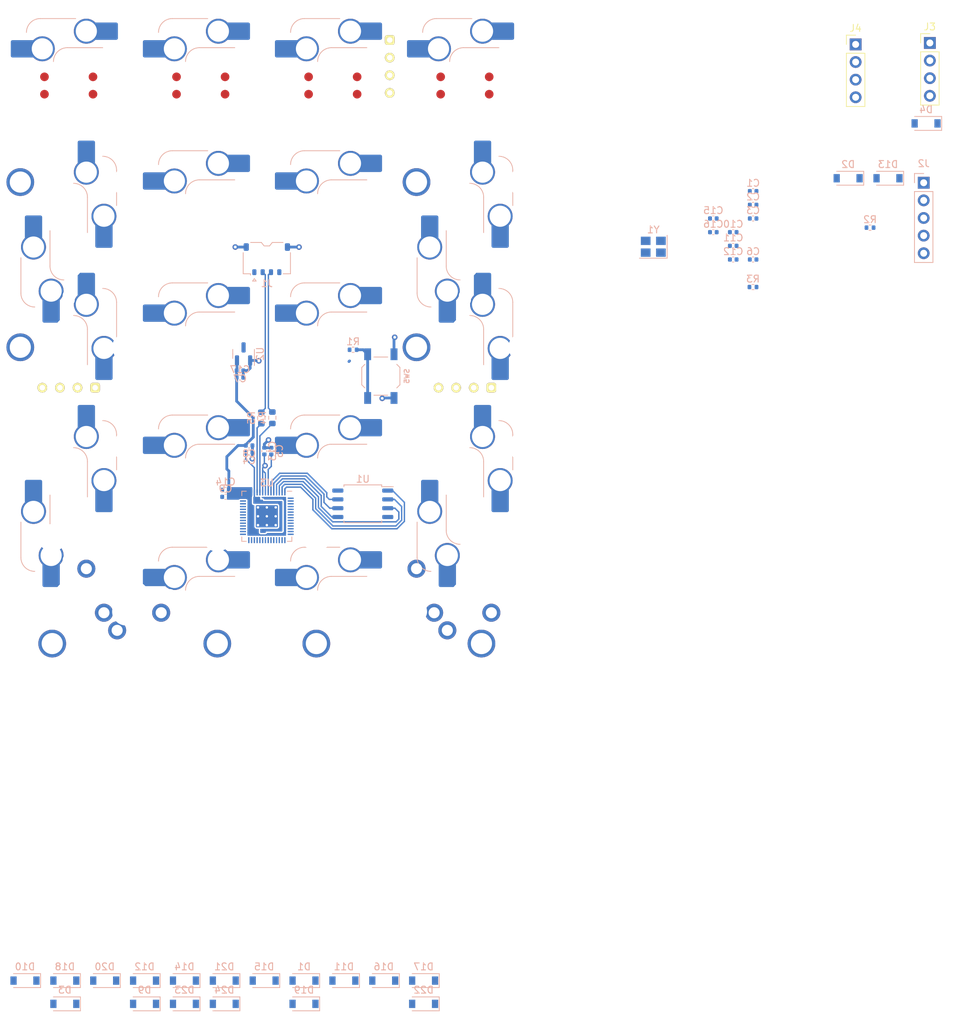
<source format=kicad_pcb>
(kicad_pcb (version 20221018) (generator pcbnew)
  (layers (0 "F.Cu" signal) (31 "B.Cu" signal) (34 "B.Paste" user) (35 "F.Paste" user) (36 "B.SilkS" user "B.Silkscreen") (37 "F.SilkS" user "F.Silkscreen") (38 "B.Mask" user) (39 "F.Mask" user) (44 "Edge.Cuts" user))
  (net 0 "")
  (net 1 "GND")
  (net 2 "+5V")
  (net 3 "Net-(D1-A)")
  (net 4 "Net-(D2-A)")
  (net 5 "Net-(D3-A)")
  (net 6 "Net-(D4-A)")
  (net 7 "+3V3")
  (net 8 "XTAL_IN")
  (net 9 "row2")
  (net 10 "/XTAL_O")
  (net 11 "+1V1")
  (net 12 "Net-(D9-A)")
  (net 13 "row0")
  (net 14 "Net-(D10-A)")
  (net 15 "Net-(D11-A)")
  (net 16 "Net-(D12-A)")
  (net 17 "Net-(D13-A)")
  (net 18 "row3")
  (net 19 "Net-(D14-A)")
  (net 20 "Net-(D15-A)")
  (net 21 "row4")
  (net 22 "Net-(D16-A)")
  (net 23 "Net-(D17-A)")
  (net 24 "Net-(D18-A)")
  (net 25 "row5")
  (net 26 "Net-(D19-A)")
  (net 27 "Net-(D20-A)")
  (net 28 "~{RESET}")
  (net 29 "SWD")
  (net 30 "SWCLK")
  (net 31 "/~{USB_BOOT}")
  (net 32 "CS")
  (net 33 "XTAL_OUT")
  (net 34 "D_P")
  (net 35 "/D_+")
  (net 36 "D_N")
  (net 37 "/D_-")
  (net 38 "E1S")
  (net 39 "E1A")
  (net 40 "E1B")
  (net 41 "SDA")
  (net 42 "SCL")
  (net 43 "E2S")
  (net 44 "E2A")
  (net 45 "E2B")
  (net 46 "E3S")
  (net 47 "E3A")
  (net 48 "E3B")
  (net 49 "E4S")
  (net 50 "E4A")
  (net 51 "E4B")
  (net 52 "SD1")
  (net 53 "SD2")
  (net 54 "SD0")
  (net 55 "QSPI_CLK")
  (net 56 "SD3")
  (net 57 "/GPIO0")
  (net 58 "/GPIO1")
  (net 59 "/GPIO2")
  (net 60 "/GPIO3")
  (net 61 "/GPIO4")
  (net 62 "/GPIO5")
  (net 63 "/GPIO6")
  (net 64 "/GPIO7")
  (net 65 "/GPIO8")
  (net 66 "/GPIO9")
  (net 67 "/GPIO10")
  (net 68 "/GPIO11")
  (net 69 "/GPIO12")
  (net 70 "/GPIO13")
  (net 71 "/GPIO14")
  (net 72 "/GPIO15")
  (net 73 "/GPIO16")
  (net 74 "/GPIO17")
  (net 75 "/GPIO18")
  (net 76 "/GPIO19")
  (net 77 "/GPIO20")
  (net 78 "/GPIO21")
  (net 79 "/GPIO22")
  (net 80 "/GPIO23")
  (net 81 "/GPIO24")
  (net 82 "/GPIO25")
  (net 83 "/GPIO26")
  (net 84 "/GPIO27")
  (net 85 "/GPIO28")
  (net 86 "/GPIO29")
  (net 87 "Net-(K1-Pad2)")
  (net 88 "Net-(K10-Pad2)")
  (net 89 "Net-(K11-Pad2)")
  (net 90 "Net-(K12-Pad2)")
  (net 91 "Net-(D21-A)")
  (net 92 "Net-(D22-A)")
  (net 93 "Net-(D23-A)")
  (net 94 "Net-(D24-A)")
  (footprint "Libraries:OLED_v2" (layer "F.Cu") (at 150.28625 55.5625 90)
    (fp_text reference "P3")
    (fp_text value "OLED2" hide)
  )
  (footprint "Connector_PinHeader_2.54mm:PinHeader_1x04_P2.54mm_Vertical" (layer "F.Cu") (at 217.4875 52.3875)
    (fp_text reference "J4")
    (fp_text value "FemalePogo")
  )
  (footprint "Switch_Keyboard_Hotswap_Kailh:SW_Hotswap_Kailh_MX_plated_1.00u_Vias" (layer "F.Cu") (at 161.13125 74.6125 -90)
    (fp_text reference "KO-2")
    (fp_text value "OPT1")
  )
  (footprint "Switch_Keyboard_Hotswap_Kailh:SW_Hotswap_Kailh_MX_plated_1.00u_Vias" (layer "F.Cu") (at 123.03125 55.5625)
    (fp_text reference "K2")
    (fp_text value "/")
  )
  (footprint "marbastlib-mx:STAB_MX_2u" (layer "F.Cu") (at 161.13125 122.2375 90)
    (fp_text reference "S2" hide)
    (fp_text value "EnterR")
  )
  (footprint "marbastlib-mx:STAB_MX_P_2u" (layer "F.Cu") (at 113.50625 131.7625 180)
    (fp_text reference "S6" hide)
    (fp_text value "ZeroL")
  )
  (footprint "Switch_Keyboard_Hotswap_Kailh:SW_Hotswap_Kailh_MX_plated_1.00u_Enc_Standalone" (layer "F.Cu") (at 142.08125 55.5625)
    (fp_text reference "SW3")
    (fp_text value "Mod3")
  )
  (footprint "Switch_Keyboard_Hotswap_Kailh:SW_Hotswap_Kailh_MX_plated_1.00u_Vias" (layer "F.Cu") (at 142.08125 74.6125)
    (fp_text reference "K11")
    (fp_text value "9")
  )
  (footprint "Switch_Keyboard_Hotswap_Kailh:SW_Hotswap_Kailh_MX_plated_1.00u_Vias" (layer "F.Cu") (at 103.98125 93.6625 -90)
    (fp_text reference "K13")
    (fp_text value "4")
  )
  (footprint "Switch_Keyboard_Hotswap_Kailh:SW_Hotswap_Millmax_1.00u" (layer "F.Cu") (at 113.50625 131.7625 180)
    (fp_text reference "K22")
    (fp_text value "LZero")
  )
  (footprint "Switch_Keyboard_Hotswap_Kailh:SW_Hotswap_Kailh_MX_plated_1.00u_Vias" (layer "F.Cu") (at 103.98125 122.2375 90)
    (fp_text reference "KO-3")
    (fp_text value "LEnt")
  )
  (footprint "Switch_Keyboard_Hotswap_Kailh:SW_Hotswap_Kailh_MX_plated_1.00u_Vias" (layer "F.Cu") (at 142.08125 55.5625)
    (fp_text reference "K3")
    (fp_text value "*")
  )
  (footprint "Connector_PinHeader_2.54mm:PinHeader_1x04_P2.54mm_Vertical" (layer "F.Cu") (at 228.195536 52.1775)
    (fp_text reference "J3")
    (fp_text value "MalePogo")
  )
  (footprint "Switch_Keyboard_Hotswap_Kailh:SW_Hotswap_Millmax_1.00u" (layer "F.Cu") (at 161.13125 131.7625 180)
    (fp_text reference "KO-6")
    (fp_text value "OPT6")
  )
  (footprint "Switch_Keyboard_Hotswap_Kailh:SW_Hotswap_Kailh_MX_plated_1.00u_Enc_Standalone" (layer "F.Cu") (at 161.13125 55.5625)
    (fp_text reference "SW4")
    (fp_text value "Mod4")
  )
  (footprint "Switch_Keyboard_Hotswap_Kailh:SW_Hotswap_Kailh_MX_plated_1.00u_Vias" (layer "F.Cu") (at 103.98125 84.1375 90)
    (fp_text reference "KO-1")
    (fp_text value "Left+")
  )
  (footprint "Switch_Keyboard_Hotswap_Kailh:SW_Hotswap_Millmax_1.00u" (layer "F.Cu") (at 103.98125 131.7625 -90)
    (fp_text reference "KO-5")
    (fp_text value "OPT4")
  )
  (footprint "Switch_Keyboard_Hotswap_Kailh:SW_Hotswap_Kailh_MX_plated_1.00u_Vias" (layer "F.Cu") (at 123.03125 93.6625)
    (fp_text reference "K14")
    (fp_text value "5")
  )
  (footprint "Libraries:OLED_v2" (layer "F.Cu") (at 161.13125 101.8675)
    (fp_text reference "P2")
    (fp_text value "OLED2" hide)
  )
  (footprint "Switch_Keyboard_Hotswap_Kailh:SW_Hotswap_Kailh_MX_plated_1.00u_Vias" (layer "F.Cu") (at 103.98125 74.6125 -90)
    (fp_text reference "K9")
    (fp_text value "7")
  )
  (footprint "marbastlib-mx:STAB_MX_P_2u" (layer "F.Cu") (at 103.98125 84.1375 90)
    (fp_text reference "S3" hide)
    (fp_text value "PlusL")
  )
  (footprint "Switch_Keyboard_Hotswap_Kailh:SW_Hotswap_Kailh_MX_plated_1.00u_Vias" (layer "F.Cu") (at 161.13125 55.5625)
    (fp_text reference "K4")
    (fp_text value "-")
  )
  (footprint "Switch_Keyboard_Hotswap_Kailh:SW_Hotswap_Millmax_1.00u" (layer "F.Cu") (at 151.60625 131.7625 -90)
    (fp_text reference "K25")
    (fp_text value "OPT5")
  )
  (footprint "Switch_Keyboard_Hotswap_Kailh:SW_Hotswap_Kailh_MX_plated_1.00u_Vias" (layer "F.Cu") (at 103.98125 55.5625)
    (fp_text reference "K1")
    (fp_text value "Num")
  )
  (footprint "Switch_Keyboard_Hotswap_Kailh:SW_Hotswap_Kailh_MX_plated_1.00u_Vias" (layer "F.Cu") (at 161.13125 112.7125 -90)
    (fp_text reference "KO-4")
    (fp_text value "OPT3")
  )
  (footprint "Switch_Keyboard_Hotswap_Kailh:SW_Hotswap_Kailh_MX_plated_1.00u_Vias" (layer "F.Cu") (at 161.13125 84.1375 90)
    (fp_text reference "K12")
    (fp_text value "Right+")
  )
  (footprint "Libraries:OLED_v2" (layer "F.Cu") (at 103.98125 101.8675)
    (fp_text reference "P1")
    (fp_text value "OLED1" hide)
  )
  (footprint "Switch_Keyboard_Hotswap_Kailh:SW_Hotswap_Kailh_MX_plated_1.00u_Vias" (layer "F.Cu") (at 161.13125 93.6625 -90)
    (fp_text reference "K16")
    (fp_text value "OPT2")
  )
  (footprint "Switch_Keyboard_Hotswap_Kailh:SW_Hotswap_Kailh_MX_plated_1.00u_Vias" (layer "F.Cu") (at 123.03125 112.7125)
    (fp_text reference "K18")
    (fp_text value "2")
  )
  (footprint "marbastlib-mx:STAB_MX_P_2u" (layer "F.Cu") (at 161.13125 84.1375 90)
    (fp_text reference "S1" hide)
    (fp_text value "PlusR")
  )
  (footprint "Switch_Keyboard_Hotswap_Kailh:SW_Hotswap_Kailh_MX_plated_1.00u_Vias" (layer "F.Cu") (at 142.08125 112.7125)
    (fp_text reference "K19")
    (fp_text value "3")
  )
  (footprint "marbastlib-mx:STAB_MX_2u" (layer "F.Cu") (at 103.98125 122.2375 90)
    (fp_text reference "S4" hide)
    (fp_text value "EnterL")
  )
  (footprint "Switch_Keyboard_Hotswap_Kailh:SW_Hotswap_Kailh_MX_plated_1.00u_Vias" (layer "F.Cu") (at 142.08125 93.6625)
    (fp_text reference "K15")
    (fp_text value "6")
  )
  (footprint "Switch_Keyboard_Hotswap_Kailh:SW_Hotswap_Kailh_MX_plated_1.00u_Vias" (layer "F.Cu") (at 103.98125 112.7125 -90)
    (fp_text reference "K17")
    (fp_text value "1")
  )
  (footprint "Switch_Keyboard_Hotswap_Kailh:SW_Hotswap_Kailh_MX_plated_1.00u_Enc_Standalone" (layer "F.Cu") (at 103.98125 55.5625)
    (fp_text reference "SW1")
    (fp_text value "Mod1")
  )
  (footprint "Switch_Keyboard_Hotswap_Kailh:SW_Hotswap_Kailh_MX_plated_1.00u_Vias" (layer "F.Cu") (at 142.08125 131.7625)
    (fp_text reference "K24")
    (fp_text value ".")
  )
  (footprint "Switch_Keyboard_Hotswap_Kailh:SW_Hotswap_Kailh_MX_plated_1.00u_Vias" (layer "F.Cu") (at 161.13125 122.2375 90)
    (fp_text reference "K20")
    (fp_text value "REnt")
  )
  (footprint "Switch_Keyboard_Hotswap_Kailh:SW_Hotswap_Kailh_MX_plated_1.00u_Vias" (layer "F.Cu") (at 123.03125 74.6125)
    (fp_text reference "K10")
    (fp_text value "8")
  )
  (footprint "marbastlib-mx:STAB_MX_P_2u" (layer "F.Cu") (at 151.60625 131.7625 180)
    (fp_text reference "S5" hide)
    (fp_text value "ZeroR")
  )
  (footprint "Switch_Keyboard_Hotswap_Kailh:SW_Hotswap_Kailh_MX_plated_1.00u_Enc_Standalone" (layer "F.Cu") (at 123.03125 55.5625)
    (fp_text reference "SW2")
    (fp_text value "Mod2")
  )
  (footprint "Switch_Keyboard_Hotswap_Kailh:SW_Hotswap_Kailh_MX_plated_1.00u_Vias" (layer "F.Cu") (at 123.03125 131.7625)
    (fp_text reference "K23")
    (fp_text value ".")
  )
  (footprint "Connector_JST:JST_ACH_BM04B-ACHSS-A-GAN-ETF_1x04-1MP_P1.20mm_Vertical" (layer "B.Cu") (at 132.55625 83.34375)
    (fp_text reference "J1")
    (fp_text value "78171-0004")
  )
  (footprint "Diode_SMD:D_SOD-123" (layer "B.Cu") (at 126.41875 190.675 180)
    (fp_text reference "D24")
    (fp_text value "1N4148W")
  )
  (footprint "Diode_SMD:D_SOD-123" (layer "B.Cu") (at 103.41875 187.325 180)
    (fp_text reference "D18")
    (fp_text value "1N4148W")
  )
  (footprint "Diode_SMD:D_SOD-123" (layer "B.Cu") (at 120.66875 187.325 180)
    (fp_text reference "D14")
    (fp_text value "1N4148W")
  )
  (footprint "Resistor_SMD:R_0402_1005Metric" (layer "B.Cu") (at 145 96.4 180)
    (fp_text reference "R1")
    (fp_text value "1k")
  )
  (footprint "Capacitor_SMD:C_0402_1005Metric" (layer "B.Cu") (at 133.2 111 90)
    (fp_text reference "C5")
    (fp_text value "100nF")
  )
  (footprint "Diode_SMD:D_SOD-123" (layer "B.Cu") (at 155.16875 190.675 180)
    (fp_text reference "D22")
    (fp_text value "1N4148W")
  )
  (footprint "Connector_PinSocket_2.54mm:PinSocket_1x05_P2.54mm_Vertical" (layer "B.Cu") (at 227.304584 72.3275 180)
    (fp_text reference "J2")
    (fp_text value "Conn_01x05")
  )
  (footprint "Capacitor_SMD:C_0402_1005Metric" (layer "B.Cu") (at 126.6 117.6 180)
    (fp_text reference "C9")
    (fp_text value "100nF")
  )
  (footprint "Capacitor_SMD:C_0402_1005Metric" (layer "B.Cu") (at 202.700596 77.48 180)
    (fp_text reference "C3")
    (fp_text value "22pF")
  )
  (footprint "Capacitor_SMD:C_0402_1005Metric" (layer "B.Cu") (at 199.830596 83.39 180)
    (fp_text reference "C12")
    (fp_text value "100nF")
  )
  (footprint "Capacitor_SMD:C_0402_1005Metric" (layer "B.Cu") (at 128.68 100.4 180)
    (fp_text reference "C17")
    (fp_text value "1uF")
  )
  (footprint "Resistor_SMD:R_0402_1005Metric" (layer "B.Cu") (at 202.680596 87.36 180)
    (fp_text reference "R3")
    (fp_text value "1k")
  )
  (footprint "Capacitor_SMD:C_0402_1005Metric" (layer "B.Cu") (at 199.830596 79.45 180)
    (fp_text reference "C10")
    (fp_text value "100nF")
  )
  (footprint "Capacitor_SMD:C_0402_1005Metric" (layer "B.Cu") (at 196.960596 77.48 180)
    (fp_text reference "C15")
    (fp_text value "100nF")
  )
  (footprint "Diode_SMD:D_SOD-123" (layer "B.Cu") (at 222.154584 71.6775 180)
    (fp_text reference "D13")
    (fp_text value "1N4148W")
  )
  (footprint "Package_SO:SOIC-8_5.23x5.23mm_P1.27mm" (layer "B.Cu") (at 146.4 118.6 180)
    (fp_text reference "U1")
    (fp_text value "W25Q128JVS")
  )
  (footprint "Package_TO_SOT_SMD:SOT-23" (layer "B.Cu") (at 129.2 97 90)
    (fp_text reference "U2")
    (fp_text value "XC6206PxxxMR-Regulator_Linear")
  )
  (footprint "Diode_SMD:D_SOD-123" (layer "B.Cu") (at 109.16875 187.325 180)
    (fp_text reference "D20")
    (fp_text value "1N4148W")
  )
  (footprint "Diode_SMD:D_SOD-123" (layer "B.Cu") (at 137.91875 190.675 180)
    (fp_text reference "D19")
    (fp_text value "1N4148W")
  )
  (footprint "Capacitor_SMD:C_0402_1005Metric" (layer "B.Cu") (at 196.960596 79.45 180)
    (fp_text reference "C16")
    (fp_text value "1uF")
  )
  (footprint "Diode_SMD:D_SOD-123" (layer "B.Cu") (at 114.91875 190.675 180)
    (fp_text reference "D9")
    (fp_text value "1N4148W")
  )
  (footprint "Diode_SMD:D_SOD-123" (layer "B.Cu") (at 132.16875 187.325 180)
    (fp_text reference "D15")
    (fp_text value "1N4148W")
  )
  (footprint "Diode_SMD:D_SOD-123" (layer "B.Cu") (at 216.404584 71.6775 180)
    (fp_text reference "D2")
    (fp_text value "1N4148W")
  )
  (footprint "Capacitor_SMD:C_0402_1005Metric" (layer "B.Cu") (at 126.6 116.6 180)
    (fp_text reference "C14")
    (fp_text value "100nF")
  )
  (footprint "Resistor_SMD:R_0603_1608Metric" (layer "B.Cu") (at 131.7625 106.23125 -90)
    (fp_text reference "R5")
    (fp_text value "22R")
  )
  (footprint "Capacitor_SMD:C_0402_1005Metric" (layer "B.Cu") (at 128.68 99.4)
    (fp_text reference "C7")
    (fp_text value "10uF")
  )
  (footprint "Diode_SMD:D_SOD-123" (layer "B.Cu") (at 126.41875 187.325 180)
    (fp_text reference "D21")
    (fp_text value "1N4148W")
  )
  (footprint "Diode_SMD:D_SOD-123" (layer "B.Cu") (at 114.91875 187.325 180)
    (fp_text reference "D12")
    (fp_text value "1N4148W")
  )
  (footprint "Diode_SMD:D_SOD-123" (layer "B.Cu") (at 97.66875 187.325 180)
    (fp_text reference "D10")
    (fp_text value "1N4148W")
  )
  (footprint "Capacitor_SMD:C_0402_1005Metric" (layer "B.Cu") (at 132.2 111 90)
    (fp_text reference "C13")
    (fp_text value "100nF")
  )
  (footprint "Diode_SMD:D_SOD-123" (layer "B.Cu") (at 155.16875 187.325 180)
    (fp_text reference "D17")
    (fp_text value "1N4148W")
  )
  (footprint "Resistor_SMD:R_0402_1005Metric" (layer "B.Cu") (at 219.564584 78.7975 180)
    (fp_text reference "R2")
    (fp_text value "R_Small")
  )
  (footprint "Diode_SMD:D_SOD-123" (layer "B.Cu") (at 149.41875 187.325 180)
    (fp_text reference "D16")
    (fp_text value "1N4148W")
  )
  (footprint "Diode_SMD:D_SOD-123" (layer "B.Cu") (at 143.66875 187.325 180)
    (fp_text reference "D11")
    (fp_text value "1N4148W")
  )
  (footprint "Capacitor_SMD:C_0402_1005Metric" (layer "B.Cu") (at 202.700596 73.54 180)
    (fp_text reference "C1")
    (fp_text value "100nF")
  )
  (footprint "Resistor_SMD:R_0603_1608Metric" (layer "B.Cu") (at 133.35 106.2 -90)
    (fp_text reference "R4")
    (fp_text value "22R")
  )
  (footprint "Crystal:Crystal_SMD_3225-4Pin_3.2x2.5mm" (layer "B.Cu") (at 188.300596 81.55 180)
    (fp_text reference "Y1")
    (fp_text value "12MHz")
  )
  (footprint "Capacitor_SMD:C_0402_1005Metric" (layer "B.Cu") (at 202.700596 83.39 180)
    (fp_text reference "C6")
    (fp_text value "100nF")
  )
  (footprint "Capacitor_SMD:C_0402_1005Metric" (layer "B.Cu") (at 130 111.2)
    (fp_text reference "C4")
    (fp_text value "1uF")
  )
  (footprint "Keebio-Parts:SW_SPST_TL3342" (layer "B.Cu") (at 149 100.2 90)
    (fp_text reference "SW5")
    (fp_text value "SW_Push")
  )
  (footprint "Diode_SMD:D_SOD-123" (layer "B.Cu") (at 227.645536 63.7775 180)
    (fp_text reference "D4")
    (fp_text value "1N4148W")
  )
  (footprint "Diode_SMD:D_SOD-123" (layer "B.Cu") (at 103.41875 190.675 180)
    (fp_text reference "D3")
    (fp_text value "1N4148W")
  )
  (footprint "Diode_SMD:D_SOD-123" (layer "B.Cu") (at 137.91875 187.325 180)
    (fp_text reference "D1")
    (fp_text value "1N4148W")
  )
  (footprint "Capacitor_SMD:C_0402_1005Metric" (layer "B.Cu") (at 199.830596 81.42 180)
    (fp_text reference "C11")
    (fp_text value "100nF")
  )
  (footprint "Capacitor_SMD:C_0402_1005Metric" (layer "B.Cu") (at 202.700596 75.51 180)
    (fp_text reference "C2")
    (fp_text value "22pF")
  )
  (footprint "Capacitor_SMD:C_0402_1005Metric" (layer "B.Cu") (at 130 110.2)
    (fp_text reference "C8")
    (fp_text value "1uF")
  )
  (footprint "Sleep-footprints:RP2040-QFN-56" (layer "B.Cu") (at 132.55625 120.4 180)
    (fp_text reference "U3")
    (fp_text value "RP2040")
  )
  (footprint "Diode_SMD:D_SOD-123" (layer "B.Cu") (at 120.66875 190.675 180)
    (fp_text reference "D23")
    (fp_text value "1N4148W")
  )
  (via (at 137.2 81.6) (size 0.8) (drill 0.4) (layers "F.Cu" "B.Cu") (net 1))
  (via (at 128.00625 81.59375) (size 0.8) (drill 0.4) (layers "F.Cu" "B.Cu") (net 1))
  (via (at 151 94.6) (size 0.8) (drill 0.4) (layers "F.Cu" "B.Cu") (net 1))
  (via (at 132.8 109.4) (size 0.8) (drill 0.4) (layers "F.Cu" "B.Cu") (net 1))
  (via (at 130.45675 112.107507) (size 0.8) (drill 0.4) (layers "F.Cu" "B.Cu") (net 1))
  (via (at 149.2 103.4) (size 0.8) (drill 0.4) (layers "F.Cu" "B.Cu") (net 1))
  (via (at 131.4 98) (size 0.8) (drill 0.4) (layers "F.Cu" "B.Cu") (net 1))
  (segment (start 150.9 103.35) (end 149.25 103.35) (width 0.4) (layer "B.Cu") (net 1))
  (segment (start 130.15 97.9375) (end 131.3375 97.9375) (width 0.4) (layer "B.Cu") (net 1))
  (segment (start 129.8 99.4) (end 130.15 99.05) (width 0.4) (layer "B.Cu") (net 1))
  (segment (start 150.9 97.05) (end 150.9 94.7) (width 0.4) (layer "B.Cu") (net 1))
  (segment (start 130.15 99.05) (end 130.15 97.9375) (width 0.4) (layer "B.Cu") (net 1))
  (segment (start 129.16 99.4) (end 129.16 100.4) (width 0.4) (layer "B.Cu") (net 1))
  (segment (start 132.2 110.52) (end 132.2 110) (width 0.4) (layer "B.Cu") (net 1))
  (segment (start 129.16 99.4) (end 129.8 99.4) (width 0.4) (layer "B.Cu") (net 1))
  (segment (start 132.2 110) (end 132.8 109.4) (width 0.4) (layer "B.Cu") (net 1))
  (segment (start 131.3375 97.9375) (end 131.4 98) (width 0.4) (layer "B.Cu") (net 1))
  (segment (start 129.58125 81.59375) (end 128.00625 81.59375) (width 0.4) (layer "B.Cu") (net 1))
  (segment (start 132.2 110.52) (end 133.2 110.52) (width 0.4) (layer "B.Cu") (net 1))
  (segment (start 150.9 94.7) (end 151 94.6) (width 0.4) (layer "B.Cu") (net 1))
  (segment (start 130.48 112.084257) (end 130.48 111.2) (width 0.4) (layer "B.Cu") (net 1))
  (segment (start 149.25 103.35) (end 149.2 103.4) (width 0.4) (layer "B.Cu") (net 1))
  (segment (start 135.53125 81.59375) (end 137.19375 81.59375) (width 0.4) (layer "B.Cu") (net 1))
  (segment (start 130.48 110.2) (end 130.48 111.2) (width 0.4) (layer "B.Cu") (net 1))
  (segment (start 128 81.6) (end 128.00625 81.59375) (width 0.4) (layer "B.Cu") (net 1))
  (segment (start 137.19375 81.59375) (end 137.2 81.6) (width 0.4) (layer "B.Cu") (net 1))
  (segment (start 130.45675 112.107507) (end 130.48 112.084257) (width 0.4) (layer "B.Cu") (net 1))
  (via (at 132.3 113.1) (size 0.8) (drill 0.4) (layers "F.Cu" "B.Cu") (net 7))
  (segment (start 129.95625 116.9625) (end 129.95625 116.55625) (width 0.2) (layer "B.Cu") (net 7))
  (segment (start 131.95625 113.8) (end 131.95625 116.9625) (width 0.2) (layer "B.Cu") (net 7))
  (segment (start 130.35625 116.9625) (end 130.35625 116.4) (width 0.2) (layer "B.Cu") (net 7))
  (segment (start 130.6 106.2) (end 130.6 109) (width 0.4) (layer "B.Cu") (net 7))
  (segment (start 126.78625 113.58625) (end 127.08 113.88) (width 0.4) (layer "B.Cu") (net 7))
  (segment (start 130.6 109) (end 129.52 110.08) (width 0.4) (layer "B.Cu") (net 7))
  (segment (start 129.8 116.4) (end 129.2 116.4) (width 0.2) (layer "B.Cu") (net 7))
  (segment (start 132.35625 114.2) (end 132.35625 116.9625) (width 0.2) (layer "B.Cu") (net 7))
  (segment (start 128.25 99.35) (end 128.2 99.4) (width 0.4) (layer "B.Cu") (net 7))
  (segment (start 128.25 97.9375) (end 128.25 99.35) (width 0.4) (layer "B.Cu") (net 7))
  (segment (start 127.08 117.6) (end 127.08 116.6) (width 0.4) (layer "B.Cu") (net 7))
  (segment (start 131.95625 113.44375) (end 132.2 113.2) (width 0.2) (layer "B.Cu") (net 7))
  (segment (start 129.95625 116.55625) (end 129.8 116.4) (width 0.2) (layer "B.Cu") (net 7))
  (segment (start 127.08 116.6) (end 129 116.6) (width 0.4) (layer "B.Cu") (net 7))
  (segment (start 128.2 99.4) (end 128.2 100.4) (width 0.4) (layer "B.Cu") (net 7))
  (segment (start 132.2 113.2) (end 132.2 111.48) (width 0.2) (layer "B.Cu") (net 7))
  (segment (start 128.4 110.2) (end 126.78625 111.81375) (width 0.4) (layer "B.Cu") (net 7))
  (segment (start 131.95625 113.8) (end 132.35625 114.2) (width 0.2) (layer "B.Cu") (net 7))
  (segment (start 130.35625 116.4) (end 129.8 116.4) (width 0.2) (layer "B.Cu") (net 7))
  (segment (start 128.2 103.8) (end 130.6 106.2) (width 0.4) (layer "B.Cu") (net 7))
  (segment (start 126.78625 111.81375) (end 126.78625 113.58625) (width 0.4) (layer "B.Cu") (net 7))
  (segment (start 129.52 110.2) (end 128.4 110.2) (width 0.4) (layer "B.Cu") (net 7))
  (segment (start 129.52 110.08) (end 129.52 110.2) (width 0.4) (layer "B.Cu") (net 7))
  (segment (start 132.2 113.2) (end 132.3 113.1) (width 0.2) (layer "B.Cu") (net 7))
  (segment (start 129.11875 117.8) (end 127.28 117.8) (width 0.2) (layer "B.Cu") (net 7))
  (segment (start 131.95625 113.8) (end 131.95625 113.44375) (width 0.2) (layer "B.Cu") (net 7))
  (segment (start 129 116.6) (end 129.27875 116.6) (width 0.4) (layer "B.Cu") (net 7))
  (segment (start 128.2 100.4) (end 128.2 103.8) (width 0.4) (layer "B.Cu") (net 7))
  (segment (start 127.08 113.88) (end 127.08 116.6) (width 0.4) (layer "B.Cu") (net 7))
  (segment (start 129.52 111.2) (end 129.52 112.16) (width 0.2) (layer "B.Cu") (net 11))
  (segment (start 130.75625 117.75625) (end 131 118) (width 0.2) (layer "B.Cu") (net 11))
  (segment (start 129.52 112.16) (end 130.75625 113.39625) (width 0.2) (layer "B.Cu") (net 11))
  (segment (start 132.75625 113.656004) (end 132.75625 116.9625) (width 0.2) (layer "B.Cu") (net 11))
  (segment (start 133.2 111.48) (end 133.2 113.212254) (width 0.2) (layer "B.Cu") (net 11))
  (segment (start 130.75625 116.9625) (end 130.75625 117.75625) (width 0.2) (layer "B.Cu") (net 11))
  (segment (start 133.2 113.212254) (end 132.75625 113.656004) (width 0.2) (layer "B.Cu") (net 11))
  (segment (start 130.75625 113.39625) (end 130.75625 116.9625) (width 0.2) (layer "B.Cu") (net 11))
  (segment (start 146.45 96.4) (end 147.1 97.05) (width 0.4) (layer "B.Cu") (net 31))
  (segment (start 147.1 97.05) (end 147.1 103.35) (width 0.4) (layer "B.Cu") (net 31))
  (segment (start 145.51 96.4) (end 146.45 96.4) (width 0.4) (layer "B.Cu") (net 31))
  (segment (start 151.331372 122.2) (end 152.4 121.131372) (width 0.2) (layer "B.Cu") (net 32))
  (segment (start 135.15625 116.44375) (end 135.4 116.2) (width 0.2) (layer "B.Cu") (net 32))
  (segment (start 137.434314 116.2) (end 139.2 117.965686) (width 0.2) (layer "B.Cu") (net 32))
  (segment (start 150.695 116.695) (end 150 116.695) (width 0.2) (layer "B.Cu") (net 32))
  (segment (start 141.927232 122.2) (end 151.331372 122.2) (width 0.2) (layer "B.Cu") (net 32))
  (segment (start 139.2 117.965686) (end 139.2 119.472768) (width 0.2) (layer "B.Cu") (net 32))
  (segment (start 135.15625 116.9625) (end 135.15625 116.44375) (width 0.2) (layer "B.Cu") (net 32))
  (segment (start 144.49 98.005) (end 144.4 98.095) (width 0.4) (layer "B.Cu") (net 32))
  (segment (start 135.4 116.2) (end 137.434314 116.2) (width 0.2) (layer "B.Cu") (net 32))
  (segment (start 139.2 119.472768) (end 141.927232 122.2) (width 0.2) (layer "B.Cu") (net 32))
  (segment (start 152.4 121.131372) (end 152.4 118.4) (width 0.2) (layer "B.Cu") (net 32))
  (segment (start 152.4 118.4) (end 150.695 116.695) (width 0.2) (layer "B.Cu") (net 32))
  (segment (start 133.15625 85.21875) (end 132.78125 85.59375) (width 0.2) (layer "B.Cu") (net 34))
  (segment (start 132.78125 85.59375) (end 132.78125 104.80625) (width 0.2) (layer "B.Cu") (net 34))
  (segment (start 132.78125 104.80625) (end 133.35 105.375) (width 0.2) (layer "B.Cu") (net 34))
  (segment (start 131.55625 108.81875) (end 131.55625 116.9625) (width 0.2) (layer "B.Cu") (net 35))
  (segment (start 133.35 107.025) (end 131.55625 108.81875) (width 0.2) (layer "B.Cu") (net 35))
  (segment (start 132.33125 85.59375) (end 132.33125 104.8375) (width 0.2) (layer "B.Cu") (net 36))
  (segment (start 132.33125 104.8375) (end 131.7625 105.40625) (width 0.2) (layer "B.Cu") (net 36))
  (segment (start 131.95625 85.21875) (end 132.33125 85.59375) (width 0.2) (layer "B.Cu") (net 36))
  (segment (start 131.7625 107.05625) (end 131.15625 107.6625) (width 0.2) (layer "B.Cu") (net 37))
  (segment (start 131.15625 107.6625) (end 131.15625 116.9625) (width 0.2) (layer "B.Cu") (net 37))
  (segment (start 135.131372 115.8) (end 137.6 115.8) (width 0.2) (layer "B.Cu") (net 52))
  (segment (start 152 120.965686) (end 152 119) (width 0.2) (layer "B.Cu") (net 52))
  (segment (start 137.6 115.8) (end 139.6 117.8) (width 0.2) (layer "B.Cu") (net 52))
  (segment (start 139.6 117.8) (end 139.6 119.307082) (width 0.2) (layer "B.Cu") (net 52))
  (segment (start 142.092918 121.8) (end 151.165686 121.8) (width 0.2) (layer "B.Cu") (net 52))
  (segment (start 152 119) (end 150.965 117.965) (width 0.2) (layer "B.Cu") (net 52))
  (segment (start 134.75625 116.175122) (end 135.131372 115.8) (width 0.2) (layer "B.Cu") (net 52))
  (segment (start 134.75625 116.9625) (end 134.75625 116.175122) (width 0.2) (layer "B.Cu") (net 52))
  (segment (start 150.965 117.965) (end 150 117.965) (width 0.2) (layer "B.Cu") (net 52))
  (segment (start 151.165686 121.8) (end 152 120.965686) (width 0.2) (layer "B.Cu") (net 52))
  (segment (start 139.6 119.307082) (end 142.092918 121.8) (width 0.2) (layer "B.Cu") (net 52))
  (segment (start 134.965686 115.4) (end 137.8 115.4) (width 0.2) (layer "B.Cu") (net 53))
  (segment (start 140 119.141396) (end 142.058604 121.2) (width 0.2) (layer "B.Cu") (net 53))
  (segment (start 134.35625 116.9625) (end 134.35625 116.009436) (width 0.2) (layer "B.Cu") (net 53))
  (segment (start 151.035 119.235) (end 150 119.235) (width 0.2) (layer "B.Cu") (net 53))
  (segment (start 142.058604 121.2) (end 151.2 121.2) (width 0.2) (layer "B.Cu") (net 53))
  (segment (start 151.6 119.8) (end 151.035 119.235) (width 0.2) (layer "B.Cu") (net 53))
  (segment (start 134.35625 116.009436) (end 134.965686 115.4) (width 0.2) (layer "B.Cu") (net 53))
  (segment (start 137.8 115.4) (end 140 117.6) (width 0.2) (layer "B.Cu") (net 53))
  (segment (start 151.6 120.8) (end 151.2 121.2) (width 0.2) (layer "B.Cu") (net 53))
  (segment (start 140 117.6) (end 140 119.141396) (width 0.2) (layer "B.Cu") (net 53))
  (segment (start 151.6 119.8) (end 151.6 120.8) (width 0.2) (layer "B.Cu") (net 53))
  (segment (start 140.4 118.97571) (end 140.4 117.4) (width 0.2) (layer "B.Cu") (net 54))
  (segment (start 142.8 120.505) (end 141.92929 120.505) (width 0.2) (layer "B.Cu") (net 54))
  (segment (start 134.8 115) (end 133.95625 115.84375) (width 0.2) (layer "B.Cu") (net 54))
  (segment (start 138 115) (end 134.8 115) (width 0.2) (layer "B.Cu") (net 54))
  (segment (start 141.92929 120.505) (end 140.4 118.97571) (width 0.2) (layer "B.Cu") (net 54))
  (segment (start 133.95625 115.84375) (end 133.95625 116.9625) (width 0.2) (layer "B.Cu") (net 54))
  (segment (start 140.4 117.4) (end 138 115) (width 0.2) (layer "B.Cu") (net 54))
  (segment (start 141.635 119.235) (end 140.8 118.4) (width 0.2) (layer "B.Cu") (net 55))
  (segment (start 134.6 114.6) (end 133.55625 115.64375) (width 0.2) (layer "B.Cu") (net 55))
  (segment (start 138.2 114.6) (end 134.6 114.6) (width 0.2) (layer "B.Cu") (net 55))
  (segment (start 142.8 119.235) (end 141.635 119.235) (width 0.2) (layer "B.Cu") (net 55))
  (segment (start 140.8 118.4) (end 140.8 117.2) (width 0.2) (layer "B.Cu") (net 55))
  (segment (start 133.55625 115.64375) (end 133.55625 116.9625) (width 0.2) (layer "B.Cu") (net 55))
  (segment (start 140.8 117.2) (end 138.2 114.6) (width 0.2) (layer "B.Cu") (net 55))
  (segment (start 141.565 117.965) (end 141.2 117.6) (width 0.2) (layer "B.Cu") (net 56))
  (segment (start 138.4 114.2) (end 134.4 114.2) (width 0.2) (layer "B.Cu") (net 56))
  (segment (start 133.15625 115.44375) (end 133.15625 116.9625) (width 0.2) (layer "B.Cu") (net 56))
  (segment (start 141.2 117) (end 138.4 114.2) (width 0.2) (layer "B.Cu") (net 56))
  (segment (start 134.4 114.2) (end 133.15625 115.44375) (width 0.2) (layer "B.Cu") (net 56))
  (segment (start 141.2 117.6) (end 141.2 117) (width 0.2) (layer "B.Cu") (net 56))
  (segment (start 142.8 117.965) (end 141.565 117.965) (width 0.2) (layer "B.Cu") (net 56))
  (zone (net 7) (net_name "+3V3") (layer "B.Cu") (name "3v3") (priority 1) (connect_pads yes (clearance 0.15)) (min_thickness 0.15) (fill yes (thermal_gap 0.508) (thermal_bridge_width 0.508))
    (polygon (pts (xy 126.8 116.2) (xy 126.8 118.011192) (xy 129.771102 118.011192) (xy 129.742852 123.202424) (xy 135.342852 123.202424) (xy 135.342852 117.602424) (xy 132.542852 117.602424) (xy 130.6 117.6) (xy 130.6 116.2)))
  )
  (zone (net 11) (net_name "+1V1") (layer "B.Cu") (priority 2) (connect_pads yes (clearance 0.15)) (min_thickness 0.15) (fill yes (thermal_gap 0.508) (thermal_bridge_width 0.508))
    (polygon (pts (xy 130.6 118.6) (xy 134.2 118.6) (xy 134.2 122) (xy 131.6 122) (xy 131.6 122.8) (xy 132.4 122.8) (xy 132.4 122.6) (xy 134.8 122.6) (xy 134.8 118.2) (xy 132 118.2) (xy 132 118) (xy 131.6 118) (xy 131.6 117.6) (xy 130.6 117.6)))
  )
)
</source>
